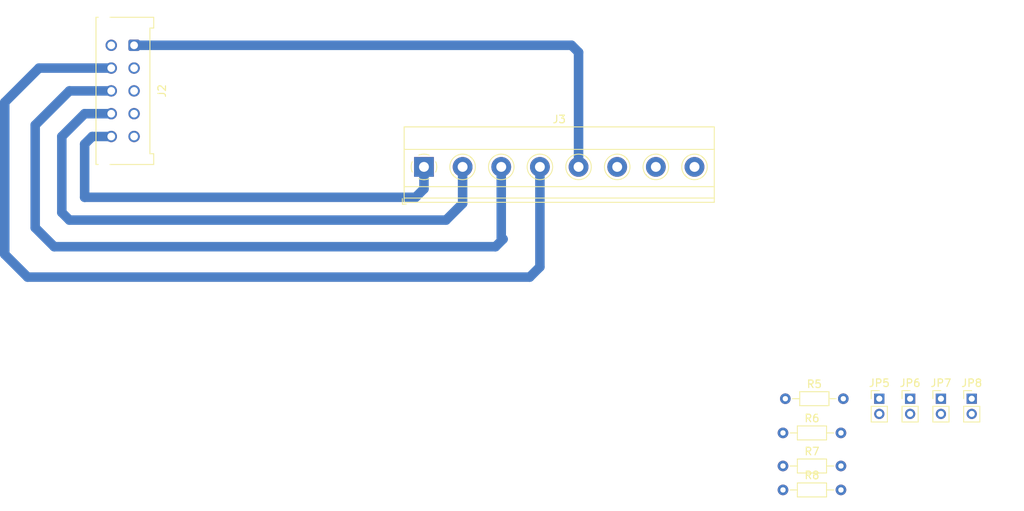
<source format=kicad_pcb>
(kicad_pcb (version 20240108) (generator "pcbnew") (generator_version "8.0")
  (layers (0 "F.Cu" signal) (31 "B.Cu" signal) (34 "B.Paste" user) (35 "F.Paste" user) (36 "B.SilkS" user "B.Silkscreen") (37 "F.SilkS" user "F.Silkscreen") (38 "B.Mask" user) (39 "F.Mask" user) (44 "Edge.Cuts" user))
  (net 0 "")
  (net 1 "C1")
  (net 2 "C3")
  (net 3 "C2")
  (net 4 "F3")
  (net 5 "F4")
  (net 6 "F2")
  (net 7 "GND")
  (net 8 "3.3V")
  (net 9 "C4")
  (net 10 "F1")
  (net 11 "Net-(JP5-A)")
  (net 12 "Net-(JP6-A)")
  (net 13 "Net-(JP7-A)")
  (net 14 "Net-(JP8-A)")
  (footprint "Resistor_THT:R_Axial_DIN0204_L3.6mm_D1.6mm_P7.62mm_Horizontal" (layer "F.Cu") (at 229.29 130.35)
    (property "Reference" "R7" (at 3.81 -1.92 0) (layer "F.SilkS"))
    (property "Value" "10k")
    (fp_line (start 0.94 0) (end 1.89 0) (stroke (width 0.12)) (layer "F.SilkS"))
    (fp_line (start 1.89 -0.92) (end 1.89 0.92) (stroke (width 0.12)) (layer "F.SilkS"))
    (fp_line (start 1.89 0.92) (end 5.73 0.92) (stroke (width 0.12)) (layer "F.SilkS"))
    (fp_line (start 5.73 -0.92) (end 1.89 -0.92) (stroke (width 0.12)) (layer "F.SilkS"))
    (fp_line (start 5.73 0.92) (end 5.73 -0.92) (stroke (width 0.12)) (layer "F.SilkS"))
    (fp_line (start 6.68 0) (end 5.73 0) (stroke (width 0.12)) (layer "F.SilkS"))
    (pad "1" thru_hole circle (at 0 0) (size 1.4 1.4) (drill 0.7) (layers "*.Cu" "*.Mask") (net 7 "GND"))
    (pad "2" thru_hole oval (at 7.62 0) (size 1.4 1.4) (drill 0.7) (layers "*.Cu" "*.Mask") (net 13 "Net-(JP7-A)"))
  )
  (footprint "Connector_PinHeader_2.00mm:PinHeader_1x02_P2.00mm_Vertical" (layer "F.Cu") (at 241.95 121.5)
    (property "Reference" "JP5" (at 0 -2.06 0) (layer "F.SilkS"))
    (property "Value" "Jumper_2_Bridged")
    (fp_line (start -1.06 -1.06) (end 0 -1.06) (stroke (width 0.12)) (layer "F.SilkS"))
    (fp_line (start -1.06 0) (end -1.06 -1.06) (stroke (width 0.12)) (layer "F.SilkS"))
    (fp_line (start -1.06 1) (end -1.06 3.06) (stroke (width 0.12)) (layer "F.SilkS"))
    (fp_line (start -1.06 1) (end 1.06 1) (stroke (width 0.12)) (layer "F.SilkS"))
    (fp_line (start -1.06 3.06) (end 1.06 3.06) (stroke (width 0.12)) (layer "F.SilkS"))
    (fp_line (start 1.06 1) (end 1.06 3.06) (stroke (width 0.12)) (layer "F.SilkS"))
    (pad "1" thru_hole rect (at 0 0) (size 1.35 1.35) (drill 0.8) (layers "*.Cu" "*.Mask") (net 11 "Net-(JP5-A)"))
    (pad "2" thru_hole oval (at 0 2) (size 1.35 1.35) (drill 0.8) (layers "*.Cu" "*.Mask") (net 9 "C4"))
  )
  (footprint "Resistor_THT:R_Axial_DIN0204_L3.6mm_D1.6mm_P7.62mm_Horizontal" (layer "F.Cu") (at 229.6 121.5)
    (property "Reference" "R5" (at 3.81 -1.92 0) (layer "F.SilkS"))
    (property "Value" "10k")
    (fp_line (start 0.94 0) (end 1.89 0) (stroke (width 0.12)) (layer "F.SilkS"))
    (fp_line (start 1.89 -0.92) (end 1.89 0.92) (stroke (width 0.12)) (layer "F.SilkS"))
    (fp_line (start 1.89 0.92) (end 5.73 0.92) (stroke (width 0.12)) (layer "F.SilkS"))
    (fp_line (start 5.73 -0.92) (end 1.89 -0.92) (stroke (width 0.12)) (layer "F.SilkS"))
    (fp_line (start 5.73 0.92) (end 5.73 -0.92) (stroke (width 0.12)) (layer "F.SilkS"))
    (fp_line (start 6.68 0) (end 5.73 0) (stroke (width 0.12)) (layer "F.SilkS"))
    (pad "1" thru_hole circle (at 0 0) (size 1.4 1.4) (drill 0.7) (layers "*.Cu" "*.Mask") (net 7 "GND"))
    (pad "2" thru_hole oval (at 7.62 0) (size 1.4 1.4) (drill 0.7) (layers "*.Cu" "*.Mask") (net 11 "Net-(JP5-A)"))
  )
  (footprint "Resistor_THT:R_Axial_DIN0204_L3.6mm_D1.6mm_P7.62mm_Horizontal" (layer "F.Cu") (at 229.29 133.5)
    (property "Reference" "R8" (at 3.81 -1.92 0) (layer "F.SilkS"))
    (property "Value" "10k")
    (fp_line (start 0.94 0) (end 1.89 0) (stroke (width 0.12)) (layer "F.SilkS"))
    (fp_line (start 1.89 -0.92) (end 1.89 0.92) (stroke (width 0.12)) (layer "F.SilkS"))
    (fp_line (start 1.89 0.92) (end 5.73 0.92) (stroke (width 0.12)) (layer "F.SilkS"))
    (fp_line (start 5.73 -0.92) (end 1.89 -0.92) (stroke (width 0.12)) (layer "F.SilkS"))
    (fp_line (start 5.73 0.92) (end 5.73 -0.92) (stroke (width 0.12)) (layer "F.SilkS"))
    (fp_line (start 6.68 0) (end 5.73 0) (stroke (width 0.12)) (layer "F.SilkS"))
    (pad "1" thru_hole circle (at 0 0) (size 1.4 1.4) (drill 0.7) (layers "*.Cu" "*.Mask") (net 7 "GND"))
    (pad "2" thru_hole oval (at 7.62 0) (size 1.4 1.4) (drill 0.7) (layers "*.Cu" "*.Mask") (net 14 "Net-(JP8-A)"))
  )
  (footprint "Connector_PinHeader_2.00mm:PinHeader_1x02_P2.00mm_Vertical" (layer "F.Cu") (at 254.1 121.5)
    (property "Reference" "JP8" (at 0 -2.06 0) (layer "F.SilkS"))
    (property "Value" "Jumper_2_Bridged")
    (fp_line (start -1.06 -1.06) (end 0 -1.06) (stroke (width 0.12)) (layer "F.SilkS"))
    (fp_line (start -1.06 0) (end -1.06 -1.06) (stroke (width 0.12)) (layer "F.SilkS"))
    (fp_line (start -1.06 1) (end -1.06 3.06) (stroke (width 0.12)) (layer "F.SilkS"))
    (fp_line (start -1.06 1) (end 1.06 1) (stroke (width 0.12)) (layer "F.SilkS"))
    (fp_line (start -1.06 3.06) (end 1.06 3.06) (stroke (width 0.12)) (layer "F.SilkS"))
    (fp_line (start 1.06 1) (end 1.06 3.06) (stroke (width 0.12)) (layer "F.SilkS"))
    (pad "1" thru_hole rect (at 0 0) (size 1.35 1.35) (drill 0.8) (layers "*.Cu" "*.Mask") (net 14 "Net-(JP8-A)"))
    (pad "2" thru_hole oval (at 0 2) (size 1.35 1.35) (drill 0.8) (layers "*.Cu" "*.Mask") (net 1 "C1"))
  )
  (footprint "Resistor_THT:R_Axial_DIN0204_L3.6mm_D1.6mm_P7.62mm_Horizontal" (layer "F.Cu") (at 229.29 126)
    (property "Reference" "R6" (at 3.81 -1.92 0) (layer "F.SilkS"))
    (property "Value" "10k")
    (fp_line (start 0.94 0) (end 1.89 0) (stroke (width 0.12)) (layer "F.SilkS"))
    (fp_line (start 1.89 -0.92) (end 1.89 0.92) (stroke (width 0.12)) (layer "F.SilkS"))
    (fp_line (start 1.89 0.92) (end 5.73 0.92) (stroke (width 0.12)) (layer "F.SilkS"))
    (fp_line (start 5.73 -0.92) (end 1.89 -0.92) (stroke (width 0.12)) (layer "F.SilkS"))
    (fp_line (start 5.73 0.92) (end 5.73 -0.92) (stroke (width 0.12)) (layer "F.SilkS"))
    (fp_line (start 6.68 0) (end 5.73 0) (stroke (width 0.12)) (layer "F.SilkS"))
    (pad "1" thru_hole circle (at 0 0) (size 1.4 1.4) (drill 0.7) (layers "*.Cu" "*.Mask") (net 7 "GND"))
    (pad "2" thru_hole oval (at 7.62 0) (size 1.4 1.4) (drill 0.7) (layers "*.Cu" "*.Mask") (net 12 "Net-(JP6-A)"))
  )
  (footprint "Connector_PinHeader_2.00mm:PinHeader_1x02_P2.00mm_Vertical" (layer "F.Cu") (at 250.05 121.5)
    (property "Reference" "JP7" (at 0 -2.06 0) (layer "F.SilkS"))
    (property "Value" "Jumper_2_Bridged")
    (fp_line (start -1.06 -1.06) (end 0 -1.06) (stroke (width 0.12)) (layer "F.SilkS"))
    (fp_line (start -1.06 0) (end -1.06 -1.06) (stroke (width 0.12)) (layer "F.SilkS"))
    (fp_line (start -1.06 1) (end -1.06 3.06) (stroke (width 0.12)) (layer "F.SilkS"))
    (fp_line (start -1.06 1) (end 1.06 1) (stroke (width 0.12)) (layer "F.SilkS"))
    (fp_line (start -1.06 3.06) (end 1.06 3.06) (stroke (width 0.12)) (layer "F.SilkS"))
    (fp_line (start 1.06 1) (end 1.06 3.06) (stroke (width 0.12)) (layer "F.SilkS"))
    (pad "1" thru_hole rect (at 0 0) (size 1.35 1.35) (drill 0.8) (layers "*.Cu" "*.Mask") (net 13 "Net-(JP7-A)"))
    (pad "2" thru_hole oval (at 0 2) (size 1.35 1.35) (drill 0.8) (layers "*.Cu" "*.Mask") (net 3 "C2"))
  )
  (footprint "Connector_Molex:Molex_Micro-Fit_3.0_43045-1012_2x05_P3.00mm_Vertical" (layer "F.Cu") (at 144 75 -90)
    (property "Reference" "J2" (at 6 -3.67 90) (layer "F.SilkS"))
    (property "Value" "Conn_02x05_Counter_Clockwise")
    (fp_line (start -3.685 5.01) (end 15.685 5.01) (stroke (width 0.12)) (layer "F.SilkS"))
    (fp_line (start 15.685 5.01) (end 15.685 4.71) (stroke (width 0.12)) (layer "F.SilkS"))
    (fp_line (start -3.685 4.71) (end -3.685 5.01) (stroke (width 0.12)) (layer "F.SilkS"))
    (fp_line (start -3.685 3.17) (end -3.685 -2.58) (stroke (width 0.12)) (layer "F.SilkS"))
    (fp_line (start -2.265 -2.08) (end 14.265 -2.08) (stroke (width 0.12)) (layer "F.SilkS"))
    (fp_line (start 14.265 -2.08) (end 14.265 -2.58) (stroke (width 0.12)) (layer "F.SilkS"))
    (fp_line (start -3.685 -2.58) (end -2.265 -2.58) (stroke (width 0.12)) (layer "F.SilkS"))
    (fp_line (start -2.265 -2.58) (end -2.265 -2.08) (stroke (width 0.12)) (layer "F.SilkS"))
    (fp_line (start 14.265 -2.58) (end 15.685 -2.58) (stroke (width 0.12)) (layer "F.SilkS"))
    (fp_line (start 15.685 -2.58) (end 15.685 3.17) (stroke (width 0.12)) (layer "F.SilkS"))
    (pad "" np_thru_hole circle (at -3 3.94 270) (size 1.02 1.02) (drill 1.02) (layers "*.Cu" "*.Mask"))
    (pad "" np_thru_hole circle (at 15 3.94 270) (size 1.02 1.02) (drill 1.02) (layers "*.Cu" "*.Mask"))
    (pad "1" thru_hole roundrect (at 0 0 270) (size 1.5 1.5) (drill 1.02) (layers "*.Cu" "*.Mask") (roundrect_rratio 0.166667) (net 1 "C1"))
    (pad "2" thru_hole circle (at 3 0 270) (size 1.5 1.5) (drill 1.02) (layers "*.Cu" "*.Mask") (net 3 "C2"))
    (pad "3" thru_hole circle (at 6 0 270) (size 1.5 1.5) (drill 1.02) (layers "*.Cu" "*.Mask") (net 2 "C3"))
    (pad "4" thru_hole circle (at 9 0 270) (size 1.5 1.5) (drill 1.02) (layers "*.Cu" "*.Mask") (net 9 "C4"))
    (pad "5" thru_hole circle (at 12 0 270) (size 1.5 1.5) (drill 1.02) (layers "*.Cu" "*.Mask") (net 7 "GND"))
    (pad "6" thru_hole circle (at 0 3 270) (size 1.5 1.5) (drill 1.02) (layers "*.Cu" "*.Mask") (net 8 "3.3V"))
    (pad "7" thru_hole circle (at 3 3 270) (size 1.5 1.5) (drill 1.02) (layers "*.Cu" "*.Mask") (net 5 "F4"))
    (pad "8" thru_hole circle (at 6 3 270) (size 1.5 1.5) (drill 1.02) (layers "*.Cu" "*.Mask") (net 4 "F3"))
    (pad "9" thru_hole circle (at 9 3 270) (size 1.5 1.5) (drill 1.02) (layers "*.Cu" "*.Mask") (net 6 "F2"))
    (pad "10" thru_hole circle (at 12 3 270) (size 1.5 1.5) (drill 1.02) (layers "*.Cu" "*.Mask") (net 10 "F1"))
  )
  (footprint "TerminalBlock_Phoenix:TerminalBlock_Phoenix_MKDS-1,5-8-5.08_1x08_P5.08mm_Horizontal" (layer "F.Cu") (at 182.1 91)
    (property "Reference" "J3" (at 17.78 -6.26 0) (layer "F.SilkS"))
    (property "Value" "Conn_01x08")
    (fp_line (start -2.84 4.16) (end -2.84 4.9) (stroke (width 0.12)) (layer "F.SilkS"))
    (fp_line (start -2.84 4.9) (end -2.34 4.9) (stroke (width 0.12)) (layer "F.SilkS"))
    (fp_line (start -2.6 -5.261) (end -2.6 4.66) (stroke (width 0.12)) (layer "F.SilkS"))
    (fp_line (start -2.6 -5.261) (end 38.16 -5.261) (stroke (width 0.12)) (layer "F.SilkS"))
    (fp_line (start -2.6 -2.301) (end 38.16 -2.301) (stroke (width 0.12)) (layer "F.SilkS"))
    (fp_line (start -2.6 2.6) (end 38.16 2.6) (stroke (width 0.12)) (layer "F.SilkS"))
    (fp_line (start -2.6 4.1) (end 38.16 4.1) (stroke (width 0.12)) (layer "F.SilkS"))
    (fp_line (start -2.6 4.66) (end 38.16 4.66) (stroke (width 0.12)) (layer "F.SilkS"))
    (fp_line (start 3.853 1.023) (end 3.806 1.069) (stroke (width 0.12)) (layer "F.SilkS"))
    (fp_line (start 4.046 1.239) (end 4.011 1.274) (stroke (width 0.12)) (layer "F.SilkS"))
    (fp_line (start 6.15 -1.275) (end 6.115 -1.239) (stroke (width 0.12)) (layer "F.SilkS"))
    (fp_line (start 6.355 -1.069) (end 6.308 -1.023) (stroke (width 0.12)) (layer "F.SilkS"))
    (fp_line (start 8.933 1.023) (end 8.886 1.069) (stroke (width 0.12)) (layer "F.SilkS"))
    (fp_line (start 9.126 1.239) (end 9.091 1.274) (stroke (width 0.12)) (layer "F.SilkS"))
    (fp_line (start 11.23 -1.275) (end 11.195 -1.239) (stroke (width 0.12)) (layer "F.SilkS"))
    (fp_line (start 11.435 -1.069) (end 11.388 -1.023) (stroke (width 0.12)) (layer "F.SilkS"))
    (fp_line (start 14.013 1.023) (end 13.966 1.069) (stroke (width 0.12)) (layer "F.SilkS"))
    (fp_line (start 14.206 1.239) (end 14.171 1.274) (stroke (width 0.12)) (layer "F.SilkS"))
    (fp_line (start 16.31 -1.275) (end 16.275 -1.239) (stroke (width 0.12)) (layer "F.SilkS"))
    (fp_line (start 16.515 -1.069) (end 16.468 -1.023) (stroke (width 0.12)) (layer "F.SilkS"))
    (fp_line (start 19.093 1.023) (end 19.046 1.069) (stroke (width 0.12)) (layer "F.SilkS"))
    (fp_line (start 19.286 1.239) (end 19.251 1.274) (stroke (width 0.12)) (layer "F.SilkS"))
    (fp_line (start 21.39 -1.275) (end 21.355 -1.239) (stroke (width 0.12)) (layer "F.SilkS"))
    (fp_line (start 21.595 -1.069) (end 21.548 -1.023) (stroke (width 0.12)) (layer "F.SilkS"))
    (fp_line (start 24.173 1.023) (end 24.126 1.069) (stroke (width 0.12)) (layer "F.SilkS"))
    (fp_line (start 24.366 1.239) (end 24.331 1.274) (stroke (width 0.12)) (layer "F.SilkS"))
    (fp_line (start 26.47 -1.275) (end 26.435 -1.239) (stroke (width 0.12)) (layer "F.SilkS"))
    (fp_line (start 26.675 -1.069) (end 26.628 -1.023) (stroke (width 0.12)) (layer "F.SilkS"))
    (fp_line (start 29.253 1.023) (end 29.206 1.069) (stroke (width 0.12)) (layer "F.SilkS"))
    (fp_line (start 29.446 1.239) (end 29.411 1.274) (stroke (width 0.12)) (layer "F.SilkS"))
    (fp_line (start 31.55 -1.275) (end 31.515 -1.239) (stroke (width 0.12)) (layer "F.SilkS"))
    (fp_line (start 31.755 -1.069) (end 31.708 -1.023) (stroke (width 0.12)) (layer "F.SilkS"))
    (fp_line (start 34.333 1.023) (end 34.286 1.069) (stroke (width 0.12)) (layer "F.SilkS"))
    (fp_line (start 34.526 1.239) (end 34.491 1.274) (stroke (width 0.12)) (layer "F.SilkS"))
    (fp_line (start 36.63 -1.275) (end 36.595 -1.239) (stroke (width 0.12)) (layer "F.SilkS"))
    (fp_line (start 36.835 -1.069) (end 36.788 -1.023) (stroke (width 0.12)) (layer "F.SilkS"))
    (fp_line (start 38.16 -5.261) (end 38.16 4.66) (stroke (width 0.12)) (layer "F.SilkS"))
    (fp_arc (start -1.535427 0.683042) (mid -1.680501 -0.000524) (end -1.535 -0.684) (stroke (width 0.12)) (layer "F.SilkS"))
    (fp_arc (start -0.683042 -1.535427) (mid 0.000524 -1.680501) (end 0.684 -1.535) (stroke (width 0.12)) (layer "F.SilkS"))
    (fp_arc (start 0.028805 1.680253) (mid -0.335551 1.646659) (end -0.684 1.535) (stroke (width 0.12)) (layer "F.SilkS"))
    (fp_arc (start 0.683318 1.534756) (mid 0.349292 1.643288) (end 0 1.68) (stroke (width 0.12)) (layer "F.SilkS"))
    (fp_arc (start 1.535427 -0.683042) (mid 1.680501 0.000524) (end 1.535 0.684) (stroke (width 0.12)) (layer "F.SilkS"))
    (fp_circle (center 5.08 0) (end 6.76 0) (stroke (width 0.12)) (fill none) (layer "F.SilkS"))
    (fp_circle (center 10.16 0) (end 11.84 0) (stroke (width 0.12)) (fill none) (layer "F.SilkS"))
    (fp_circle (center 15.24 0) (end 16.92 0) (stroke (width 0.12)) (fill none) (layer "F.SilkS"))
    (fp_circle (center 20.32 0) (end 22 0) (stroke (width 0.12)) (fill none) (layer "F.SilkS"))
    (fp_circle (center 25.4 0) (end 27.08 0) (stroke (width 0.12)) (fill none) (layer "F.SilkS"))
    (fp_circle (center 30.48 0) (end 32.16 0) (stroke (width 0.12)) (fill none) (layer "F.SilkS"))
    (fp_circle (center 35.56 0) (end 37.24 0) (stroke (width 0.12)) (fill none) (layer "F.SilkS"))
    (pad "1" thru_hole rect (at 0 0) (size 2.6 2.6) (drill 1.3) (layers "*.Cu" "*.Mask") (net 10 "F1"))
    (pad "2" thru_hole circle (at 5.08 0) (size 2.6 2.6) (drill 1.3) (layers "*.Cu" "*.Mask") (net 6 "F2"))
    (pad "3" thru_hole circle (at 10.16 0) (size 2.6 2.6) (drill 1.3) (layers "*.Cu" "*.Mask") (net 4 "F3"))
    (pad "4" thru_hole circle (at 15.24 0) (size 2.6 2.6) (drill 1.3) (layers "*.Cu" "*.Mask") (net 5 "F4"))
    (pad "5" thru_hole circle (at 20.32 0) (size 2.6 2.6) (drill 1.3) (layers "*.Cu" "*.Mask") (net 1 "C1"))
    (pad "6" thru_hole circle (at 25.4 0) (size 2.6 2.6) (drill 1.3) (layers "*.Cu" "*.Mask") (net 3 "C2"))
    (pad "7" thru_hole circle (at 30.48 0) (size 2.6 2.6) (drill 1.3) (layers "*.Cu" "*.Mask") (net 2 "C3"))
    (pad "8" thru_hole circle (at 35.56 0) (size 2.6 2.6) (drill 1.3) (layers "*.Cu" "*.Mask") (net 9 "C4"))
  )
  (footprint "Connector_PinHeader_2.00mm:PinHeader_1x02_P2.00mm_Vertical" (layer "F.Cu") (at 246 121.5)
    (property "Reference" "JP6" (at 0 -2.06 0) (layer "F.SilkS"))
    (property "Value" "Jumper_2_Bridged")
    (fp_line (start -1.06 -1.06) (end 0 -1.06) (stroke (width 0.12)) (layer "F.SilkS"))
    (fp_line (start -1.06 0) (end -1.06 -1.06) (stroke (width 0.12)) (layer "F.SilkS"))
    (fp_line (start -1.06 1) (end -1.06 3.06) (stroke (width 0.12)) (layer "F.SilkS"))
    (fp_line (start -1.06 1) (end 1.06 1) (stroke (width 0.12)) (layer "F.SilkS"))
    (fp_line (start -1.06 3.06) (end 1.06 3.06) (stroke (width 0.12)) (layer "F.SilkS"))
    (fp_line (start 1.06 1) (end 1.06 3.06) (stroke (width 0.12)) (layer "F.SilkS"))
    (pad "1" thru_hole rect (at 0 0) (size 1.35 1.35) (drill 0.8) (layers "*.Cu" "*.Mask") (net 12 "Net-(JP6-A)"))
    (pad "2" thru_hole oval (at 0 2) (size 1.35 1.35) (drill 0.8) (layers "*.Cu" "*.Mask") (net 2 "C3"))
  )
  (segment (start 202.42 75.92) (end 201.5 75) (width 1.25) (layer "B.Cu") (net 1))
  (segment (start 202.42 91) (end 202.42 75.92) (width 1.25) (layer "B.Cu") (net 1))
  (segment (start 201.5 75) (end 144 75) (width 1.25) (layer "B.Cu") (net 1))
  (segment (start 133.5 101.5) (end 191.5 101.5) (width 1.25) (layer "B.Cu") (net 4))
  (segment (start 192.26 100.26) (end 192.26 91) (width 1.25) (layer "B.Cu") (net 4))
  (segment (start 191.5 101.5) (end 192.5 100.5) (width 1.25) (layer "B.Cu") (net 4))
  (segment (start 131 85.5) (end 131 99) (width 1.25) (layer "B.Cu") (net 4))
  (segment (start 192.5 100.5) (end 192.26 100.26) (width 1.25) (layer "B.Cu") (net 4))
  (segment (start 135.5 81) (end 131 85.5) (width 1.25) (layer "B.Cu") (net 4))
  (segment (start 131 99) (end 133.5 101.5) (width 1.25) (layer "B.Cu") (net 4))
  (segment (start 141 81) (end 135.5 81) (width 1.25) (layer "B.Cu") (net 4))
  (segment (start 197.34 104.16) (end 197.34 91) (width 1.25) (layer "B.Cu") (net 5))
  (segment (start 127 82.5) (end 127 102.5) (width 1.25) (layer "B.Cu") (net 5))
  (segment (start 141 78) (end 131.5 78) (width 1.25) (layer "B.Cu") (net 5))
  (segment (start 130 105.5) (end 196 105.5) (width 1.25) (layer "B.Cu") (net 5))
  (segment (start 127 102.5) (end 130 105.5) (width 1.25) (layer "B.Cu") (net 5))
  (segment (start 196 105.5) (end 197.34 104.16) (width 1.25) (layer "B.Cu") (net 5))
  (segment (start 131.5 78) (end 127 82.5) (width 1.25) (layer "B.Cu") (net 5))
  (segment (start 134.5 87) (end 134.5 97) (width 1.25) (layer "B.Cu") (net 6))
  (segment (start 141 84) (end 137.5 84) (width 1.25) (layer "B.Cu") (net 6))
  (segment (start 185 98) (end 187.18 95.82) (width 1.25) (layer "B.Cu") (net 6))
  (segment (start 137.5 84) (end 134.5 87) (width 1.25) (layer "B.Cu") (net 6))
  (segment (start 187.18 95.82) (end 187.18 91) (width 1.25) (layer "B.Cu") (net 6))
  (segment (start 135.5 98) (end 185 98) (width 1.25) (layer "B.Cu") (net 6))
  (segment (start 134.5 97) (end 135.5 98) (width 1.25) (layer "B.Cu") (net 6))
  (segment (start 138.5 87) (end 137.5 88) (width 1.25) (layer "B.Cu") (net 10))
  (segment (start 141 87) (end 138.5 87) (width 1.25) (layer "B.Cu") (net 10))
  (segment (start 137.5 88) (end 137.5 95) (width 1.25) (layer "B.Cu") (net 10))
  (segment (start 137.5 95) (end 181 95) (width 1.25) (layer "B.Cu") (net 10))
  (segment (start 182.1 93.9) (end 182.1 91) (width 1.25) (layer "B.Cu") (net 10))
  (segment (start 181 95) (end 182.1 93.9) (width 1.25) (layer "B.Cu") (net 10))
)
</source>
